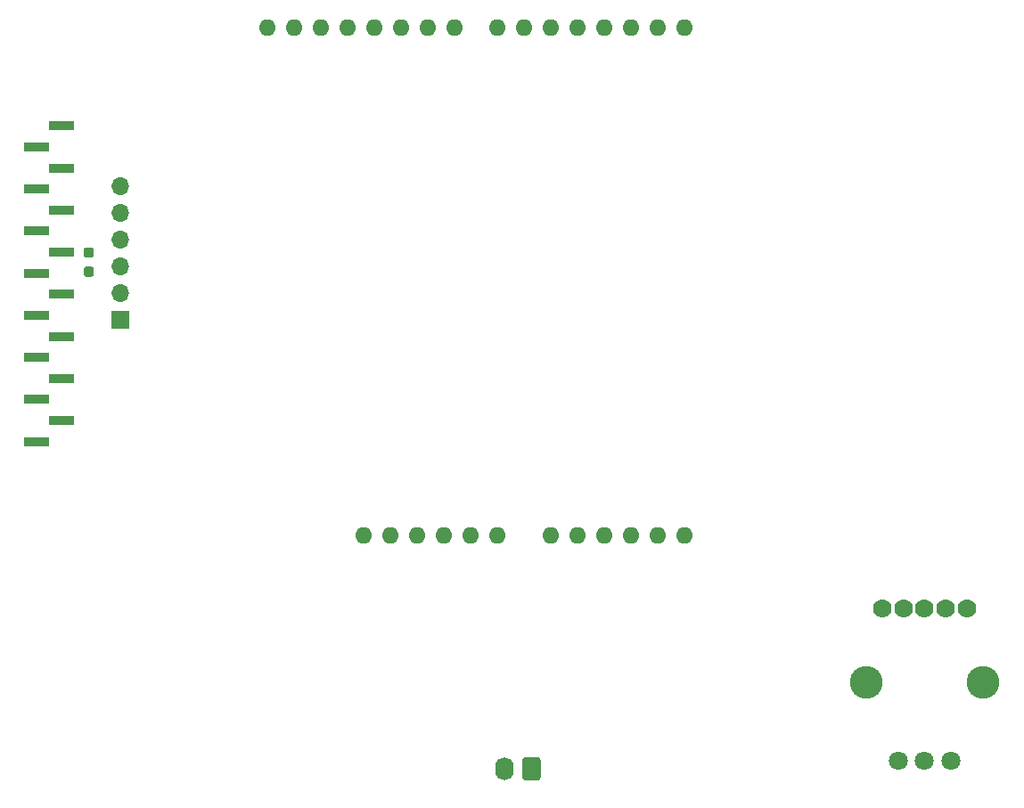
<source format=gbr>
%TF.GenerationSoftware,KiCad,Pcbnew,(5.1.7)-1*%
%TF.CreationDate,2020-12-15T16:08:46+01:00*%
%TF.ProjectId,EZ-PY32,455a2d50-5933-4322-9e6b-696361645f70,rev?*%
%TF.SameCoordinates,Original*%
%TF.FileFunction,Soldermask,Bot*%
%TF.FilePolarity,Negative*%
%FSLAX46Y46*%
G04 Gerber Fmt 4.6, Leading zero omitted, Abs format (unit mm)*
G04 Created by KiCad (PCBNEW (5.1.7)-1) date 2020-12-15 16:08:46*
%MOMM*%
%LPD*%
G01*
G04 APERTURE LIST*
%ADD10C,1.800000*%
%ADD11C,1.778000*%
%ADD12C,3.116000*%
%ADD13O,1.600000X1.600000*%
%ADD14O,1.740000X2.190000*%
%ADD15R,1.700000X1.700000*%
%ADD16O,1.700000X1.700000*%
%ADD17R,2.350000X0.850000*%
G04 APERTURE END LIST*
D10*
%TO.C,S1*%
X113260500Y-116974000D03*
X115760500Y-116974000D03*
X118260500Y-116974000D03*
D11*
X115760500Y-102474000D03*
X113760500Y-102474000D03*
D12*
X110210500Y-109474000D03*
X121310500Y-109474000D03*
D11*
X117760500Y-102474000D03*
X111760500Y-102474000D03*
X119760500Y-102474000D03*
%TD*%
D13*
%TO.C,U4*%
X67513200Y-95504000D03*
X92913200Y-47244000D03*
X82753200Y-47244000D03*
X58373200Y-47244000D03*
X60913200Y-47244000D03*
X65993200Y-47244000D03*
X62433200Y-95504000D03*
X72593200Y-95504000D03*
X75133200Y-95504000D03*
X82753200Y-95504000D03*
X90373200Y-95504000D03*
X68533200Y-47244000D03*
X92913200Y-95504000D03*
X53293200Y-47244000D03*
X71073200Y-47244000D03*
X85293200Y-47244000D03*
X80213200Y-95504000D03*
X87833200Y-47244000D03*
X64973200Y-95504000D03*
X70053200Y-95504000D03*
X55833200Y-47244000D03*
X63453200Y-47244000D03*
X80213200Y-47244000D03*
X77673200Y-47244000D03*
X85293200Y-95504000D03*
X90373200Y-47244000D03*
X75133200Y-47244000D03*
X87833200Y-95504000D03*
%TD*%
%TO.C,J1*%
G36*
G01*
X79292500Y-116860499D02*
X79292500Y-118550501D01*
G75*
G02*
X79042501Y-118800500I-249999J0D01*
G01*
X77802499Y-118800500D01*
G75*
G02*
X77552500Y-118550501I0J249999D01*
G01*
X77552500Y-116860499D01*
G75*
G02*
X77802499Y-116610500I249999J0D01*
G01*
X79042501Y-116610500D01*
G75*
G02*
X79292500Y-116860499I0J-249999D01*
G01*
G37*
D14*
X75882500Y-117705500D03*
%TD*%
D15*
%TO.C,J2*%
X39370000Y-74993500D03*
D16*
X39370000Y-72453500D03*
X39370000Y-69913500D03*
X39370000Y-67373500D03*
X39370000Y-64833500D03*
X39370000Y-62293500D03*
%TD*%
%TO.C,R16*%
G36*
G01*
X36597600Y-70947100D02*
X36122600Y-70947100D01*
G75*
G02*
X35885100Y-70709600I0J237500D01*
G01*
X35885100Y-70209600D01*
G75*
G02*
X36122600Y-69972100I237500J0D01*
G01*
X36597600Y-69972100D01*
G75*
G02*
X36835100Y-70209600I0J-237500D01*
G01*
X36835100Y-70709600D01*
G75*
G02*
X36597600Y-70947100I-237500J0D01*
G01*
G37*
G36*
G01*
X36597600Y-69122100D02*
X36122600Y-69122100D01*
G75*
G02*
X35885100Y-68884600I0J237500D01*
G01*
X35885100Y-68384600D01*
G75*
G02*
X36122600Y-68147100I237500J0D01*
G01*
X36597600Y-68147100D01*
G75*
G02*
X36835100Y-68384600I0J-237500D01*
G01*
X36835100Y-68884600D01*
G75*
G02*
X36597600Y-69122100I-237500J0D01*
G01*
G37*
%TD*%
D17*
%TO.C,J3*%
X31419300Y-86606300D03*
X31419300Y-82606300D03*
X31419300Y-78606300D03*
X31419300Y-74606300D03*
X31419300Y-70606300D03*
X31419300Y-66606300D03*
X31419300Y-62606300D03*
X31419300Y-58606300D03*
X33769300Y-84606300D03*
X33769300Y-80606300D03*
X33769300Y-76606300D03*
X33769300Y-72606300D03*
X33769300Y-68606300D03*
X33769300Y-64606300D03*
X33769300Y-60606300D03*
X33769300Y-56606300D03*
%TD*%
M02*

</source>
